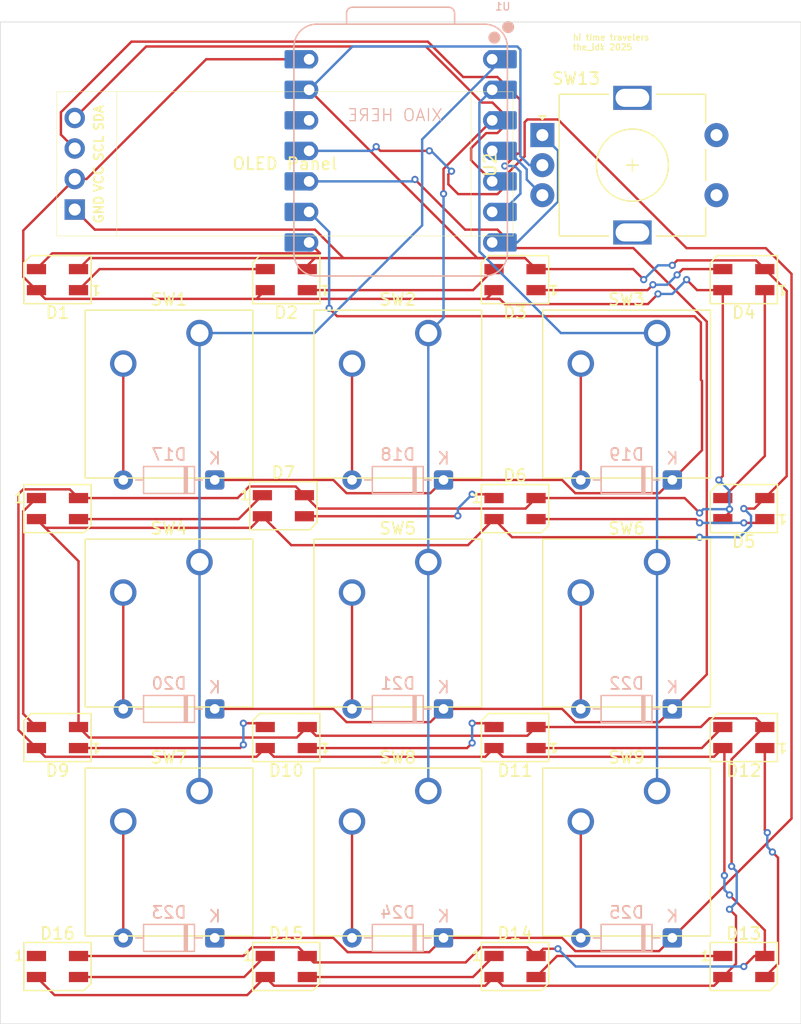
<source format=kicad_pcb>
(kicad_pcb (version 20241229) (generator "pcbnew") (generator_version "9.0")
  (layers (0 "F.Cu" signal) (2 "B.Cu" signal) (13 "F.Paste" user) (15 "B.Paste" user) (5 "F.SilkS" user "F.Silkscreen") (7 "B.SilkS" user "B.Silkscreen") (1 "F.Mask" user) (3 "B.Mask" user) (25 "Edge.Cuts" user))
  (net 0 "")
  (net 1 "LED Data")
  (net 2 "+5V")
  (net 3 "GND")
  (net 4 "Net-(D1-DOUT)")
  (net 5 "Net-(D2-DOUT)")
  (net 6 "Net-(D3-DOUT)")
  (net 7 "Net-(D4-DOUT)")
  (net 8 "Net-(D5-DOUT)")
  (net 9 "Net-(D6-DOUT)")
  (net 10 "Net-(D7-DOUT)")
  (net 11 "Net-(D8-DOUT)")
  (net 12 "Net-(D10-DIN)")
  (net 13 "Net-(D10-DOUT)")
  (net 14 "Net-(D11-DOUT)")
  (net 15 "Row 1")
  (net 16 "Net-(D17-A)")
  (net 17 "Row 2")
  (net 18 "Net-(D18-A)")
  (net 19 "Net-(D19-A)")
  (net 20 "Net-(D21-A)")
  (net 21 "Net-(D22-A)")
  (net 22 "Net-(D23-A)")
  (net 23 "Column 1")
  (net 24 "Column 2")
  (net 25 "B")
  (net 26 "A")
  (net 28 "Net-(D12-DOUT)")
  (net 29 "SDA")
  (net 30 "SCL")
  (net 31 "Row 3")
  (net 32 "Column 3")
  (net 33 "Net-(D13-DOUT)")
  (net 34 "Net-(D14-DOUT)")
  (net 35 "Net-(D15-DOUT)")
  (net 37 "Net-(D20-A)")
  (net 38 "Net-(D24-A)")
  (net 39 "Net-(D25-A)")
  (footprint "Rotary_Encoder:RotaryEncoder_Alps_EC11E-Switch_Vertical_H20mm" (layer "F.Cu") (at 83.2375 27.265625)
    (property "Reference" "SW13")
    (property "Value" "RotaryEncoder")
  )
  (footprint "LED_SMD:LED_SK6812MINI_PLCC4_3.5x3.5mm_P1.75mm" (layer "F.Cu") (at 80.9625 39.290625 180)
    (property "Reference" "D3")
    (property "Value" "SK6812MINI")
  )
  (footprint "Button_Switch_Keyboard:SW_Cherry_MX_1.00u_PCB" (layer "F.Cu") (at 73.739375 81.835625)
    (property "Reference" "SW8")
    (property "Value" "SW_Push")
  )
  (footprint "LED_SMD:LED_SK6812MINI_PLCC4_3.5x3.5mm_P1.75mm" (layer "F.Cu") (at 61.674375 58.1025)
    (property "Reference" "D7")
    (property "Value" "SK6812MINI")
  )
  (footprint "LED_SMD:LED_SK6812MINI_PLCC4_3.5x3.5mm_P1.75mm" (layer "F.Cu") (at 61.9125 39.290625 180)
    (property "Reference" "D2")
    (property "Value" "SK6812MINI")
  )
  (footprint "LED_SMD:LED_SK6812MINI_PLCC4_3.5x3.5mm_P1.75mm" (layer "F.Cu") (at 80.9625 77.390625 180)
    (property "Reference" "D11")
    (property "Value" "SK6812MINI")
  )
  (footprint "Button_Switch_Keyboard:SW_Cherry_MX_1.00u_PCB" (layer "F.Cu") (at 54.689375 81.835625)
    (property "Reference" "SW7")
    (property "Value" "SW_Push")
  )
  (footprint "LED_SMD:LED_SK6812MINI_PLCC4_3.5x3.5mm_P1.75mm" (layer "F.Cu") (at 42.8625 39.290625 180)
    (property "Reference" "D1")
    (property "Value" "SK6812MINI")
  )
  (footprint "LED_SMD:LED_SK6812MINI_PLCC4_3.5x3.5mm_P1.75mm" (layer "F.Cu") (at 80.9625 58.340625)
    (property "Reference" "D6")
    (property "Value" "SK6812MINI")
  )
  (footprint "LED_SMD:LED_SK6812MINI_PLCC4_3.5x3.5mm_P1.75mm" (layer "F.Cu") (at 100.0125 39.290625 180)
    (property "Reference" "D4")
    (property "Value" "SK6812MINI")
  )
  (footprint "Button_Switch_Keyboard:SW_Cherry_MX_1.00u_PCB" (layer "F.Cu") (at 92.789375 43.735625)
    (property "Reference" "SW3")
    (property "Value" "SW_Push")
  )
  (footprint "Button_Switch_Keyboard:SW_Cherry_MX_1.00u_PCB" (layer "F.Cu") (at 92.789375 81.835625)
    (property "Reference" "SW9")
    (property "Value" "SW_Push")
  )
  (footprint "Button_Switch_Keyboard:SW_Cherry_MX_1.00u_PCB" (layer "F.Cu") (at 54.689375 62.785625)
    (property "Reference" "SW4")
    (property "Value" "SW_Push")
  )
  (footprint "Button_Switch_Keyboard:SW_Cherry_MX_1.00u_PCB" (layer "F.Cu") (at 54.689375 43.735625)
    (property "Reference" "SW1")
    (property "Value" "SW_Push")
  )
  (footprint "LED_SMD:LED_SK6812MINI_PLCC4_3.5x3.5mm_P1.75mm" (layer "F.Cu") (at 100.0125 58.340625 180)
    (property "Reference" "D5")
    (property "Value" "SK6812MINI")
  )
  (footprint "LED_SMD:LED_SK6812MINI_PLCC4_3.5x3.5mm_P1.75mm" (layer "F.Cu") (at 80.9625 96.440625)
    (property "Reference" "D14")
    (property "Value" "SK6812MINI")
  )
  (footprint "LED_SMD:LED_SK6812MINI_PLCC4_3.5x3.5mm_P1.75mm" (layer "F.Cu") (at 42.8625 77.390625 180)
    (property "Reference" "D9")
    (property "Value" "SK6812MINI")
  )
  (footprint "LED_SMD:LED_SK6812MINI_PLCC4_3.5x3.5mm_P1.75mm" (layer "F.Cu") (at 42.8625 96.440625)
    (property "Reference" "D16")
    (property "Value" "SK6812MINI")
  )
  (footprint "LED_SMD:LED_SK6812MINI_PLCC4_3.5x3.5mm_P1.75mm" (layer "F.Cu") (at 61.9125 77.390625 180)
    (property "Reference" "D10")
    (property "Value" "SK6812MINI")
  )
  (footprint "LED_SMD:LED_SK6812MINI_PLCC4_3.5x3.5mm_P1.75mm" (layer "F.Cu") (at 100.0125 96.440625)
    (property "Reference" "D13")
    (property "Value" "SK6812MINI")
  )
  (footprint "OLED:SSD1306-0.91-OLED-4pin-128x32" (layer "F.Cu") (at 80.7975 35.650625 180)
    (property "Reference" "U2")
    (property "Value" "DM-OLED096-636")
  )
  (footprint "Button_Switch_Keyboard:SW_Cherry_MX_1.00u_PCB" (layer "F.Cu") (at 73.739375 62.785625)
    (property "Reference" "SW5")
    (property "Value" "SW_Push")
  )
  (footprint "LED_SMD:LED_SK6812MINI_PLCC4_3.5x3.5mm_P1.75mm" (layer "F.Cu") (at 61.9125 96.440625)
    (property "Reference" "D15")
    (property "Value" "SK6812MINI")
  )
  (footprint "Button_Switch_Keyboard:SW_Cherry_MX_1.00u_PCB" (layer "F.Cu") (at 73.739375 43.735625)
    (property "Reference" "SW2")
    (property "Value" "SW_Push")
  )
  (footprint "LED_SMD:LED_SK6812MINI_PLCC4_3.5x3.5mm_P1.75mm" (layer "F.Cu") (at 100.0125 77.390625 180)
    (property "Reference" "D12")
    (property "Value" "SK6812MINI")
  )
  (footprint "Button_Switch_Keyboard:SW_Cherry_MX_1.00u_PCB" (layer "F.Cu") (at 92.789375 62.785625)
    (property "Reference" "SW6")
    (property "Value" "SW_Push")
  )
  (footprint "LED_SMD:LED_SK6812MINI_PLCC4_3.5x3.5mm_P1.75mm" (layer "F.Cu") (at 42.8625 58.340625)
    (property "Reference" "D8" (hide yes))
    (property "Value" "SK6812MINI")
  )
  (footprint "Diode_THT:D_DO-35_SOD27_P7.62mm_Horizontal" (layer "B.Cu") (at 55.959375 55.959375 180)
    (property "Reference" "D17")
    (property "Value" "1N4148")
  )
  (footprint "OPL:XIAO-RP2040-DIP" (layer "B.Cu") (at 71.4375 28.575 180)
    (property "Reference" "U1")
    (property "Value" "XIAO-RP2040-DIP")
  )
  (footprint "Diode_THT:D_DO-35_SOD27_P7.62mm_Horizontal" (layer "B.Cu") (at 75.009375 55.959375 180)
    (property "Reference" "D18")
    (property "Value" "1N4148")
  )
  (footprint "Diode_THT:D_DO-35_SOD27_P7.62mm_Horizontal" (layer "B.Cu") (at 94.059375 75.009375 180)
    (property "Reference" "D22")
    (property "Value" "1N4148")
  )
  (footprint "Diode_THT:D_DO-35_SOD27_P7.62mm_Horizontal" (layer "B.Cu") (at 75.009375 94.059375 180)
    (property "Reference" "D24")
    (property "Value" "1N4148")
  )
  (footprint "Diode_THT:D_DO-35_SOD27_P7.62mm_Horizontal" (layer "B.Cu") (at 75.009375 75.009375 180)
    (property "Reference" "D21")
    (property "Value" "1N4148")
  )
  (footprint "Diode_THT:D_DO-35_SOD27_P7.62mm_Horizontal" (layer "B.Cu") (at 94.059375 55.959375 180)
    (property "Reference" "D19")
    (property "Value" "1N4148")
  )
  (footprint "Diode_THT:D_DO-35_SOD27_P7.62mm_Horizontal" (layer "B.Cu") (at 55.959375 75.009375 180)
    (property "Reference" "D20")
    (property "Value" "1N4148")
  )
  (footprint "Diode_THT:D_DO-35_SOD27_P7.62mm_Horizontal" (layer "B.Cu") (at 94.059375 94.059375 180)
    (property "Reference" "D25")
    (property "Value" "1N4148")
  )
  (footprint "Diode_THT:D_DO-35_SOD27_P7.62mm_Horizontal" (layer "B.Cu") (at 55.959375 94.059375 180)
    (property "Reference" "D23")
    (property "Value" "1N4148")
  )
  (gr_poly (pts (xy 38.1 17.859375) (xy 104.775 17.859375) (xy 104.775 101.203125) (xy 38.1 101.203125)) (stroke (width 0.05)) (fill no) (layer "Edge.Cuts"))
  (gr_text "hi time travelers\nthe_idk 2025" (at 85.725 20.240625 0) (layer "F.SilkS") (effects (font (size 0.5 0.5) (thickness 0.1)) (justify left bottom)))
  (gr_text "XIAO HERE" (at 75.009375 26.19375 0) (layer "B.SilkS") (effects (font (size 1 1) (thickness 0.1)) (justify left bottom mirror)))
  (segment (start 63.8175 36.195) (end 64.72175 37.09925) (width 0.2) (layer "F.Cu") (net 1))
  (segment (start 41.1125 38.415625) (end 42.428875 37.09925) (width 0.2) (layer "F.Cu") (net 1))
  (segment (start 42.428875 37.09925) (end 64.72175 37.09925) (width 0.2) (layer "F.Cu") (net 1))
  (segment (start 63.6625 95.565625) (end 64.1964 96.099525) (width 0.2) (layer "F.Cu") (net 2))
  (segment (start 83.3125 94.965625) (end 82.7125 95.565625) (width 0.2) (layer "F.Cu") (net 2))
  (segment (start 101.7625 93.428125) (end 101.7625 95.565625) (width 0.2) (layer "F.Cu") (net 2))
  (segment (start 79.2125 40.165625) (end 79.2125 40.260375) (width 0.2) (layer "F.Cu") (net 2))
  (segment (start 92.86875 40.48125) (end 92.023015 41.326985) (width 0.2) (layer "F.Cu") (net 2))
  (segment (start 57.85925 57.465625) (end 58.823375 56.5015) (width 0.2) (layer "F.Cu") (net 2))
  (segment (start 40.0115 56.739625) (end 43.8865 56.739625) (width 0.2) (layer "F.Cu") (net 2))
  (segment (start 41.8385 40.891625) (end 59.53125 40.891625) (width 0.2) (layer "F.Cu") (net 2))
  (segment (start 44.6125 57.465625) (end 57.85925 57.465625) (width 0.2) (layer "F.Cu") (net 2))
  (segment (start 39.6105 57.140625) (end 40.0115 56.739625) (width 0.2) (layer "F.Cu") (net 2))
  (segment (start 59.0615 94.839625) (end 62.9365 94.839625) (width 0.2) (layer "F.Cu") (net 2))
  (segment (start 98.2625 40.165625) (end 98.2625 55.62925) (width 0.2) (layer "F.Cu") (net 2))
  (segment (start 60.1625 40.165625) (end 59.53125 40.796875) (width 0.2) (layer "F.Cu") (net 2))
  (segment (start 100.8875 95.565625) (end 100.0125 96.440625) (width 0.2) (layer "F.Cu") (net 2))
  (segment (start 81.8375 58.340625) (end 82.7125 57.465625) (width 0.2) (layer "F.Cu") (net 2))
  (segment (start 58.823375 56.5015) (end 62.698375 56.5015) (width 0.2) (layer "F.Cu") (net 2))
  (segment (start 41.1125 78.265625) (end 39.6105 76.763625) (width 0.2) (layer "F.Cu") (net 2))
  (segment (start 84.534375 94.965625) (end 83.3125 94.965625) (width 0.2) (layer "F.Cu") (net 2))
  (segment (start 41.1125 78.265625) (end 41.8385 78.991625) (width 0.2) (layer "F.Cu") (net 2))
  (segment (start 79.2125 78.265625) (end 79.9385 78.991625) (width 0.2) (layer "F.Cu") (net 2))
  (segment (start 96.125 40.165625) (end 95.25 39.290625) (width 0.2) (layer "F.Cu") (net 2))
  (segment (start 79.681405 40.891625) (end 80.116765 41.326985) (width 0.2) (layer "F.Cu") (net 2))
  (segment (start 59.53125 40.796875) (end 59.53125 40.891625) (width 0.2) (layer "F.Cu") (net 2))
  (segment (start 78.58125 40.891625) (end 79.681405 40.891625) (width 0.2) (layer "F.Cu") (net 2))
  (segment (start 98.821875 58.65625) (end 98.2625 59.215625) (width 0.2) (layer "F.Cu") (net 2))
  (segment (start 78.1115 94.839625) (end 81.9865 94.839625) (width 0.2) (layer "F.Cu") (net 2))
  (segment (start 39.6105 76.763625) (end 39.6105 57.140625) (width 0.2) (layer "F.Cu") (net 2))
  (segment (start 62.9365 94.839625) (end 63.6625 95.565625) (width 0.2) (layer "F.Cu") (net 2))
  (segment (start 98.39761 78.400735) (end 98.39761 88.87261) (width 0.2) (layer "F.Cu") (net 2))
  (segment (start 78.4865 78.991625) (end 79.2125 78.265625) (width 0.2) (layer "F.Cu") (net 2))
  (segment (start 45.279375 30.920625) (end 55.245 20.955) (width 0.2) (layer "F.Cu") (net 2))
  (segment (start 62.698375 56.5015) (end 63.424375 57.2275) (width 0.2) (layer "F.Cu") (net 2))
  (segment (start 59.53125 40.891625) (end 78.58125 40.891625) (width 0.2) (layer "F.Cu") (net 2))
  (segment (start 41.8385 78.991625) (end 59.4365 78.991625) (width 0.2) (layer "F.Cu") (net 2))
  (segment (start 59.4365 78.991625) (end 60.1625 78.265625) (width 0.2) (layer "F.Cu") (net 2))
  (segment (start 98.821875 58.390627) (end 98.821875 58.65625) (width 0.2) (layer "F.Cu") (net 2))
  (segment (start 98.2625 78.265625) (end 98.39761 78.400735) (width 0.2) (layer "F.Cu") (net 2))
  (segment (start 98.821875 90.4875) (end 101.7625 93.428125) (width 0.2) (layer "F.Cu") (net 2))
  (segment (start 64.5375 58.340625) (end 81.8375 58.340625) (width 0.2) (layer "F.Cu") (net 2))
  (segment (start 98.2625 55.62925) (end 97.932375 55.959375) (width 0.2) (layer "F.Cu") (net 2))
  (segment (start 92.023015 41.326985) (end 80.116765 41.326985) (width 0.2) (layer "F.Cu") (net 2))
  (segment (start 40.0115 39.064625) (end 40.0115 35.206625) (width 0.2) (layer "F.Cu") (net 2))
  (segment (start 98.2625 40.165625) (end 96.125 40.165625) (width 0.2) (layer "F.Cu") (net 2))
  (segment (start 79.9385 78.991625) (end 97.5365 78.991625) (width 0.2) (layer "F.Cu") (net 2))
  (segment (start 44.6125 95.565625) (end 58.3355 95.565625) (width 0.2) (layer "F.Cu") (net 2))
  (segment (start 101.7625 95.565625) (end 100.8875 95.565625) (width 0.2) (layer "F.Cu") (net 2))
  (segment (start 79.2125 40.260375) (end 78.58125 40.891625) (width 0.2) (layer "F.Cu") (net 2))
  (segment (start 60.1625 78.265625) (end 60.8885 78.991625) (width 0.2) (layer "F.Cu") (net 2))
  (segment (start 40.0115 35.206625) (end 44.2975 30.920625) (width 0.2) (layer "F.Cu") (net 2))
  (segment (start 63.424375 57.2275) (end 64.5375 58.340625) (width 0.2) (layer "F.Cu") (net 2))
  (segment (start 81.9865 94.839625) (end 82.7125 95.565625) (width 0.2) (layer "F.Cu") (net 2))
  (segment (start 60.8885 78.991625) (end 78.4865 78.991625) (width 0.2) (layer "F.Cu") (net 2))
  (segment (start 58.3355 95.565625) (end 59.0615 94.839625) (width 0.2) (layer "F.Cu") (net 2))
  (segment (start 44.2975 30.920625) (end 45.279375 30.920625) (width 0.2) (layer "F.Cu") (net 2))
  (segment (start 95.091651 57.465625) (end 96.331376 58.70535) (width 0.2) (layer "F.Cu") (net 2))
  (segment (start 97.5365 78.991625) (end 98.2625 78.265625) (width 0.2) (layer "F.Cu") (net 2))
  (segment (start 64.1964 96.099525) (end 76.8516 96.099525) (width 0.2) (layer "F.Cu") (net 2))
  (segment (start 82.7125 57.465625) (end 95.091651 57.465625) (width 0.2) (layer "F.Cu") (net 2))
  (segment (start 41.1125 40.165625) (end 40.0115 39.064625) (width 0.2) (layer "F.Cu") (net 2))
  (segment (start 76.8516 96.099525) (end 78.1115 94.839625) (width 0.2) (layer "F.Cu") (net 2))
  (segment (start 55.245 20.955) (end 63.8175 20.955) (width 0.2) (layer "F.Cu") (net 2))
  (segment (start 43.8865 56.739625) (end 44.6125 57.465625) (width 0.2) (layer "F.Cu") (net 2))
  (segment (start 41.1125 40.165625) (end 41.8385 40.891625) (width 0.2) (layer "F.Cu") (net 2))
  (via (at 98.39761 88.87261) (size 0.6) (drill 0.3) (layers "F.Cu" "B.Cu") (net 2))
  (via (at 92.86875 40.48125) (size 0.6) (drill 0.3) (layers "F.Cu" "B.Cu") (net 2))
  (via (at 100.0125 96.440625) (size 0.6) (drill 0.3) (layers "F.Cu" "B.Cu") (net 2))
  (via (at 96.331376 58.70535) (size 0.6) (drill 0.3) (layers "F.Cu" "B.Cu") (net 2))
  (via (at 98.821875 58.390627) (size 0.6) (drill 0.3) (layers "F.Cu" "B.Cu") (net 2))
  (via (at 95.25 39.290625) (size 0.6) (drill 0.3) (layers "F.Cu" "B.Cu") (net 2))
  (via (at 98.821875 90.4875) (size 0.6) (drill 0.3) (layers "F.Cu" "B.Cu") (net 2))
  (via (at 84.534375 94.965625) (size 0.6) (drill 0.3) (layers "F.Cu" "B.Cu") (net 2))
  (via (at 97.932375 55.959375) (size 0.6) (drill 0.3) (layers "F.Cu" "B.Cu") (net 2))
  (segment (start 96.646099 58.390627) (end 98.821875 58.390627) (width 0.2) (layer "B.Cu") (net 2))
  (segment (start 94.059375 40.48125) (end 92.86875 40.48125) (width 0.2) (layer "B.Cu") (net 2))
  (segment (start 86.009375 96.440625) (end 84.534375 94.965625) (width 0.2) (layer "B.Cu") (net 2))
  (segment (start 95.25 39.290625) (end 94.059375 40.48125) (width 0.2) (layer "B.Cu") (net 2))
  (segment (start 98.39761 88.87261) (end 98.39761 90.063235) (width 0.2) (layer "B.Cu") (net 2))
  (segment (start 97.932375 55.959375) (end 98.821875 56.848875) (width 0.2) (layer "B.Cu") (net 2))
  (segment (start 98.39761 90.063235) (end 98.821875 90.4875) (width 0.2) (layer "B.Cu") (net 2))
  (segment (start 96.331376 58.70535) (end 96.646099 58.390627) (width 0.2) (layer "B.Cu") (net 2))
  (segment (start 98.821875 56.848875) (end 98.821875 58.390627) (width 0.2) (layer "B.Cu") (net 2))
  (segment (start 100.0125 96.440625) (end 86.009375 96.440625) (width 0.2) (layer "B.Cu") (net 2))
  (segment (start 59.924375 58.9775) (end 62.3315 61.384625) (width 0.2) (layer "F.Cu") (net 3))
  (segment (start 44.6125 76.515625) (end 45.4875 77.390625) (width 0.2) (layer "F.Cu") (net 3))
  (segment (start 79.9385 98.041625) (end 79.2125 97.315625) (width 0.2) (layer "F.Cu") (net 3))
  (segment (start 103.584375 40.2375) (end 101.7625 38.415625) (width 0.2) (layer "F.Cu") (net 3))
  (segment (start 58.65625 98.821875) (end 60.1625 97.315625) (width 0.2) (layer "F.Cu") (net 3))
  (segment (start 96.4355 76.515625) (end 97.1615 75.789625) (width 0.2) (layer "F.Cu") (net 3))
  (segment (start 79.2125 59.215625) (end 80.71875 60.721875) (width 0.2) (layer "F.Cu") (net 3))
  (segment (start 99.3635 92.21975) (end 99.3635 96.214625) (width 0.2) (layer "F.Cu") (net 3))
  (segment (start 64.3885 77.241625) (end 81.9865 77.241625) (width 0.2) (layer "F.Cu") (net 3))
  (segment (start 63.6625 76.515625) (end 64.3885 77.241625) (width 0.2) (layer "F.Cu") (net 3))
  (segment (start 41.8385 59.941625) (end 58.96025 59.941625) (width 0.2) (layer "F.Cu") (net 3))
  (segment (start 60.8885 98.041625) (end 78.4865 98.041625) (width 0.2) (layer "F.Cu") (net 3))
  (segment (start 62.3315 61.384625) (end 77.0435 61.384625) (width 0.2) (layer "F.Cu") (net 3))
  (segment (start 98.99761 79.203515) (end 98.99761 88.10625) (width 0.2) (layer "F.Cu") (net 3))
  (segment (start 63.6625 38.1315) (end 64.29375 37.50025) (width 0.2) (layer "F.Cu") (net 3))
  (segment (start 63.8175 23.495) (end 77.82275 37.50025) (width 0.2) (layer "F.Cu") (net 3))
  (segment (start 44.6125 62.715625) (end 41.1125 59.215625) (width 0.2) (layer "F.Cu") (net 3))
  (segment (start 45.968875 35.132) (end 64.30675 35.132) (width 0.2) (layer "F.Cu") (net 3))
  (segment (start 41.1125 97.315625) (end 42.61875 98.821875) (width 0.2) (layer "F.Cu") (net 3))
  (segment (start 99.3635 96.214625) (end 98.2625 97.315625) (width 0.2) (layer "F.Cu") (net 3))
  (segment (start 82.7125 76.515625) (end 96.4355 76.515625) (width 0.2) (layer "F.Cu") (net 3))
  (segment (start 45.527875 37.50025) (end 64.29375 37.50025) (width 0.2) (layer "F.Cu") (net 3))
  (segment (start 44.2975 33.460625) (end 45.968875 35.132) (width 0.2) (layer "F.Cu") (net 3))
  (segment (start 42.61875 98.821875) (end 58.65625 98.821875) (width 0.2) (layer "F.Cu") (net 3))
  (segment (start 77.0435 61.384625) (end 79.2125 59.215625) (width 0.2) (layer "F.Cu") (net 3))
  (segment (start 44.6125 76.515625) (end 44.6125 62.715625) (width 0.2) (layer "F.Cu") (net 3))
  (segment (start 90.803125 38.415625) (end 82.7125 38.415625) (width 0.2) (layer "F.Cu") (net 3))
  (segment (start 80.71875 60.721875) (end 96.331375 60.721875) (width 0.2) (layer "F.Cu") (net 3))
  (segment (start 41.1125 59.215625) (end 41.8385 59.941625) (width 0.2) (layer "F.Cu") (net 3))
  (segment (start 98.821875 91.678125) (end 99.3635 92.21975) (width 0.2) (layer "F.Cu") (net 3))
  (segment (start 101.7625 38.415625) (end 101.0365 37.689625) (width 0.2) (layer "F.Cu") (net 3))
  (segment (start 64.29375 37.50025) (end 81.797125 37.50025) (width 0.2) (layer "F.Cu") (net 3))
  (segment (start 81.9865 77.241625) (end 82.7125 76.515625) (width 0.2) (layer "F.Cu") (net 3))
  (segment (start 101.0365 37.689625) (end 94.46975 37.689625) (width 0.2) (layer "F.Cu") (net 3))
  (segment (start 97.1615 75.789625) (end 101.0365 75.789625) (width 0.2) (layer "F.Cu") (net 3))
  (segment (start 77.82275 37.50025) (end 81.797125 37.50025) (width 0.2) (layer "F.Cu") (net 3))
  (segment (start 98.2625 97.315625) (end 97.5365 98.041625) (width 0.2) (layer "F.Cu") (net 3))
  (segment (start 101.6855 76.515625) (end 98.99761 79.203515) (width 0.2) (layer "F.Cu") (net 3))
  (segment (start 45.4875 77.390625) (end 62.7875 77.390625) (width 0.2) (layer "F.Cu") (net 3))
  (segment (start 103.584375 55.64375) (end 103.584375 40.2375) (width 0.2) (layer "F.Cu") (net 3))
  (segment (start 64.30675 35.132) (end 66.675 37.50025) (width 0.2) (layer "F.Cu") (net 3))
  (segment (start 100.0125 58.340625) (end 100.8875 58.340625) (width 0.2) (layer "F.Cu") (net 3))
  (segment (start 62.7875 77.390625) (end 63.6625 76.515625) (width 0.2) (layer "F.Cu") (net 3))
  (segment (start 91.678125 39.290625) (end 90.803125 38.415625) (width 0.2) (layer "F.Cu") (net 3))
  (segment (start 101.7625 57.465625) (end 103.584375 55.64375) (width 0.2) (layer "F.Cu") (net 3))
  (segment (start 81.797125 37.50025) (end 82.7125 38.415625) (width 0.2) (layer "F.Cu") (net 3))
  (segment (start 63.6625 38.415625) (end 63.6625 38.1315) (width 0.2) (layer "F.Cu") (net 3))
  (segment (start 44.6125 38.415625) (end 45.527875 37.50025) (width 0.2) (layer "F.Cu") (net 3))
  (segment (start 101.446875 57.15) (end 101.7625 57.465625) (width 0.2) (layer "F.Cu") (net 3))
  (segment (start 60.1625 97.315625) (end 60.8885 98.041625) (width 0.2) (layer "F.Cu") (net 3))
  (segment (start 101.0365 75.789625) (end 101.7625 76.515625) (width 0.2) (layer "F.Cu") (net 3))
  (segment (start 58.96025 59.941625) (end 59.924375 58.9775) (width 0.2) (layer "F.Cu") (net 3))
  (segment (start 101.7625 76.515625) (end 101.6855 76.515625) (width 0.2) (layer "F.Cu") (net 3))
  (segment (start 78.4865 98.041625) (end 79.2125 97.315625) (width 0.2) (layer "F.Cu") (net 3))
  (segment (start 97.5365 98.041625) (end 79.9385 98.041625) (width 0.2) (layer "F.Cu") (net 3))
  (segment (start 94.46975 37.689625) (end 94.059375 38.1) (width 0.2) (layer "F.Cu") (net 3))
  (segment (start 100.8875 58.340625) (end 101.7625 57.465625) (width 0.2) (layer "F.Cu") (net 3))
  (via (at 96.331375 60.721875) (size 0.6) (drill 0.3) (layers "F.Cu" "B.Cu") (net 3))
  (via (at 94.059375 38.1) (size 0.6) (drill 0.3) (layers "F.Cu" "B.Cu") (net 3))
  (via (at 98.99761 88.10625) (size 0.6) (drill 0.3) (layers "F.Cu" "B.Cu") (net 3))
  (via (at 91.678125 39.290625) (size 0.6) (drill 0.3) (layers "F.Cu" "B.Cu") (net 3))
  (via (at 98.821875 91.678125) (size 0.6) (drill 0.3) (layers "F.Cu" "B.Cu") (net 3))
  (via (at 100.0125 58.340625) (size 0.6) (drill 0.3) (layers "F.Cu" "B.Cu") (net 3))
  (segment (start 81.4095 29.022) (end 81.4095 20.153374) (width 0.2) (layer "B.Cu") (net 3))
  (segment (start 82.153125 29.765625) (end 83.2375 29.765625) (width 0.2) (layer "B.Cu") (net 3))
  (segment (start 98.99761 88.10625) (end 99.422875 88.531515) (width 0.2) (layer "B.Cu") (net 3))
  (segment (start 99.671818 60.721875) (end 100.6135 59.780193) (width 0.2) (layer "B.Cu") (net 3))
  (segment (start 81.4095 29.022) (end 82.153125 29.765625) (width 0.2) (layer "B.Cu") (net 3))
  (segment (start 81.4095 20.153374) (end 81.148126 19.892) (width 0.2) (layer "B.Cu") (net 3))
  (segment (start 81.148126 19.892) (end 67.4205 19.892) (width 0.2) (layer "B.Cu") (net 3))
  (segment (start 100.6135 58.941625) (end 100.0125 58.340625) (width 0.2) (layer "B.Cu") (net 3))
  (segment (start 99.422875 91.077125) (end 98.821875 91.678125) (width 0.2) (layer "B.Cu") (net 3))
  (segment (start 67.4205 19.892) (end 63.8175 23.495) (width 0.2) (layer "B.Cu") (net 3))
  (segment (start 96.331375 60.721875) (end 99.671818 60.721875) (width 0.2) (layer "B.Cu") (net 3))
  (segment (start 100.6135 59.780193) (end 100.6135 58.941625) (width 0.2) (layer "B.Cu") (net 3))
  (segment (start 92.86875 38.1) (end 91.678125 39.290625) (width 0.2) (layer "B.Cu") (net 3))
  (segment (start 99.422875 88.531515) (end 99.422875 91.077125) (width 0.2) (layer "B.Cu") (net 3))
  (segment (start 94.059375 38.1) (end 92.86875 38.1) (width 0.2) (layer "B.Cu") (net 3))
  (segment (start 60.1625 38.415625) (end 46.3625 38.415625) (width 0.2) (layer "F.Cu") (net 4))
  (segment (start 46.3625 38.415625) (end 44.6125 40.165625) (width 0.2) (layer "F.Cu") (net 4))
  (segment (start 63.6625 40.165625) (end 77.4625 40.165625) (width 0.2) (layer "F.Cu") (net 5))
  (segment (start 77.4625 40.165625) (end 79.2125 38.415625) (width 0.2) (layer "F.Cu") (net 5))
  (segment (start 82.7125 40.165625) (end 91.99375 40.165625) (width 0.2) (layer "F.Cu") (net 6))
  (segment (start 91.99375 40.165625) (end 92.444485 39.71489) (width 0.2) (layer "F.Cu") (net 6))
  (segment (start 94.934389 38.415625) (end 98.2625 38.415625) (width 0.2) (layer "F.Cu") (net 6))
  (segment (start 94.455434 38.89458) (end 94.934389 38.415625) (width 0.2) (layer "F.Cu") (net 6))
  (via (at 92.444485 39.71489) (size 0.6) (drill 0.3) (layers "F.Cu" "B.Cu") (net 6))
  (via (at 94.455434 38.89458) (size 0.6) (drill 0.3) (layers "F.Cu" "B.Cu") (net 6))
  (segment (start 92.444485 39.71489) (end 93.635124 39.71489) (width 0.2) (layer "B.Cu") (net 6))
  (segment (start 93.635124 39.71489) (end 94.455434 38.89458) (width 0.2) (layer "B.Cu") (net 6))
  (segment (start 101.7625 40.165625) (end 101.7625 53.965625) (width 0.2) (layer "F.Cu") (net 7))
  (segment (start 101.7625 53.965625) (end 98.2625 57.465625) (width 0.2) (layer "F.Cu") (net 7))
  (segment (start 96.01575 59.215625) (end 96.331375 59.53125) (width 0.2) (layer "F.Cu") (net 8))
  (segment (start 100.0125 59.53125) (end 101.446875 59.53125) (width 0.2) (layer "F.Cu") (net 8))
  (segment (start 82.7125 59.215625) (end 96.01575 59.215625) (width 0.2) (layer "F.Cu") (net 8))
  (segment (start 101.446875 59.53125) (end 101.7625 59.215625) (width 0.2) (layer "F.Cu") (net 8))
  (via (at 96.331375 59.53125) (size 0.6) (drill 0.3) (layers "F.Cu" "B.Cu") (net 8))
  (via (at 100.0125 59.53125) (size 0.6) (drill 0.3) (layers "F.Cu" "B.Cu") (net 8))
  (segment (start 96.331375 59.53125) (end 100.0125 59.53125) (width 0.2) (layer "B.Cu") (net 8))
  (segment (start 63.424375 58.9775) (end 76.163125 58.9775) (width 0.2) (layer "F.Cu") (net 9))
  (segment (start 77.390625 57.15) (end 78.896875 57.15) (width 0.2) (layer "F.Cu") (net 9))
  (segment (start 78.896875 57.15) (end 79.2125 57.465625) (width 0.2) (layer "F.Cu") (net 9))
  (segment (start 76.163125 58.9775) (end 76.2 58.940625) (width 0.2) (layer "F.Cu") (net 9))
  (via (at 77.390625 57.15) (size 0.6) (drill 0.3) (layers "F.Cu" "B.Cu") (net 9))
  (via (at 76.2 58.940625) (size 0.6) (drill 0.3) (layers "F.Cu" "B.Cu") (net 9))
  (segment (start 76.2 58.940625) (end 76.2 58.340625) (width 0.2) (layer "B.Cu") (net 9))
  (segment (start 76.2 58.340625) (end 77.390625 57.15) (width 0.2) (layer "B.Cu") (net 9))
  (segment (start 44.6125 59.215625) (end 57.93625 59.215625) (width 0.2) (layer "F.Cu") (net 10))
  (segment (start 57.93625 59.215625) (end 59.924375 57.2275) (width 0.2) (layer "F.Cu") (net 10))
  (segment (start 41.1125 76.515625) (end 40.0115 75.414625) (width 0.2) (layer "F.Cu") (net 11))
  (segment (start 40.0115 58.566625) (end 41.1125 57.465625) (width 0.2) (layer "F.Cu") (net 11))
  (segment (start 40.0115 75.414625) (end 40.0115 58.566625) (width 0.2) (layer "F.Cu") (net 11))
  (segment (start 58.340625 76.2) (end 59.846875 76.2) (width 0.2) (layer "F.Cu") (net 12))
  (segment (start 44.6125 78.265625) (end 58.065625 78.265625) (width 0.2) (layer "F.Cu") (net 12))
  (segment (start 59.846875 76.2) (end 60.1625 76.515625) (width 0.2) (layer "F.Cu") (net 12))
  (segment (start 58.065625 78.265625) (end 58.340625 77.990625) (width 0.2) (layer "F.Cu") (net 12))
  (via (at 58.340625 77.990625) (size 0.6) (drill 0.3) (layers "F.Cu" "B.Cu") (net 12))
  (via (at 58.340625 76.2) (size 0.6) (drill 0.3) (layers "F.Cu" "B.Cu") (net 12))
  (segment (start 58.340625 77.990625) (end 58.340625 76.2) (width 0.2) (layer "B.Cu") (net 12))
  (segment (start 78.896875 76.2) (end 79.2125 76.515625) (width 0.2) (layer "F.Cu") (net 13))
  (segment (start 76.966625 78.265625) (end 77.390625 77.841625) (width 0.2) (layer "F.Cu") (net 13))
  (segment (start 63.6625 78.265625) (end 76.966625 78.265625) (width 0.2) (layer "F.Cu") (net 13))
  (segment (start 77.390625 76.2) (end 78.896875 76.2) (width 0.2) (layer "F.Cu") (net 13))
  (via (at 77.390625 76.2) (size 0.6) (drill 0.3) (layers "F.Cu" "B.Cu") (net 13))
  (via (at 77.390625 77.841625) (size 0.6) (drill 0.3) (layers "F.Cu" "B.Cu") (net 13))
  (segment (start 77.390625 77.841625) (end 77.390625 76.2) (width 0.2) (layer "B.Cu") (net 13))
  (segment (start 96.5125 78.265625) (end 98.2625 76.515625) (width 0.2) (layer "F.Cu") (net 14))
  (segment (start 82.7125 78.265625) (end 96.5125 78.265625) (width 0.2) (layer "F.Cu") (net 14))
  (segment (start 85.983325 57.060375) (end 92.958375 57.060375) (width 0.2) (layer "F.Cu") (net 15))
  (segment (start 94.059375 55.959375) (end 96.530375 53.488375) (width 0.2) (layer "F.Cu") (net 15))
  (segment (start 65.832325 55.959375) (end 66.933325 57.060375) (width 0.2) (layer "F.Cu") (net 15))
  (segment (start 84.882325 55.959375) (end 85.983325 57.060375) (width 0.2) (layer "F.Cu") (net 15))
  (segment (start 73.908375 57.060375) (end 75.009375 55.959375) (width 0.2) (layer "F.Cu") (net 15))
  (segment (start 92.958375 57.060375) (end 94.059375 55.959375) (width 0.2) (layer "F.Cu") (net 15))
  (segment (start 55.959375 55.959375) (end 65.832325 55.959375) (width 0.2) (layer "F.Cu") (net 15))
  (segment (start 66.933325 57.060375) (end 73.908375 57.060375) (width 0.2) (layer "F.Cu") (net 15))
  (segment (start 66.147125 42.334625) (end 65.484375 41.671875) (width 0.2) (layer "F.Cu") (net 15))
  (segment (start 95.91275 42.334625) (end 66.147125 42.334625) (width 0.2) (layer "F.Cu") (net 15))
  (segment (start 96.530375 53.488375) (end 96.530375 47.71475) (width 0.2) (layer "F.Cu") (net 15))
  (segment (start 96.530375 47.71475) (end 96.440625 47.625) (width 0.2) (layer "F.Cu") (net 15))
  (segment (start 96.440625 47.625) (end 96.440625 42.8625) (width 0.2) (layer "F.Cu") (net 15))
  (segment (start 75.009375 55.959375) (end 84.882325 55.959375) (width 0.2) (layer "F.Cu") (net 15))
  (segment (start 96.440625 42.8625) (end 95.91275 42.334625) (width 0.2) (layer "F.Cu") (net 15))
  (via (at 65.484375 41.671875) (size 0.6) (drill 0.3) (layers "F.Cu" "B.Cu") (net 15))
  (segment (start 65.484375 41.671875) (end 65.484375 35.321875) (width 0.2) (layer "B.Cu") (net 15))
  (segment (start 65.484375 35.321875) (end 63.8175 33.655) (width 0.2) (layer "B.Cu") (net 15))
  (segment (start 48.339375 46.275625) (end 48.339375 55.959375) (width 0.2) (layer "F.Cu") (net 16))
  (segment (start 94.059375 75.009375) (end 96.931375 72.137375) (width 0.2) (layer "F.Cu") (net 17))
  (segment (start 96.931375 42.78615) (end 90.81185 36.666625) (width 0.2) (layer "F.Cu") (net 17))
  (segment (start 55.959375 75.009375) (end 65.832325 75.009375) (width 0.2) (layer "F.Cu") (net 17))
  (segment (start 81.032435 36.666625) (end 79.49781 35.132) (width 0.2) (layer "F.Cu") (net 17))
  (segment (start 76.803875 35.132) (end 72.628125 30.95625) (width 0.2) (layer "F.Cu") (net 17))
  (segment (start 73.908375 76.110375) (end 75.009375 75.009375) (width 0.2) (layer "F.Cu") (net 17))
  (segment (start 66.933325 76.110375) (end 73.908375 76.110375) (width 0.2) (layer "F.Cu") (net 17))
  (segment (start 79.49781 35.132) (end 76.803875 35.132) (width 0.2) (layer "F.Cu") (net 17))
  (segment (start 85.983325 76.110375) (end 92.958375 76.110375) (width 0.2) (layer "F.Cu") (net 17))
  (segment (start 90.81185 36.666625) (end 81.032435 36.666625) (width 0.2) (layer "F.Cu") (net 17))
  (segment (start 65.832325 75.009375) (end 66.933325 76.110375) (width 0.2) (layer "F.Cu") (net 17))
  (segment (start 96.931375 72.137375) (end 96.931375 42.78615) (width 0.2) (layer "F.Cu") (net 17))
  (segment (start 84.882325 75.009375) (end 85.983325 76.110375) (width 0.2) (layer "F.Cu") (net 17))
  (segment (start 92.958375 76.110375) (end 94.059375 75.009375) (width 0.2) (layer "F.Cu") (net 17))
  (segment (start 75.009375 75.009375) (end 84.882325 75.009375) (width 0.2) (layer "F.Cu") (net 17))
  (via (at 72.628125 30.95625) (size 0.6) (drill 0.3) (layers "F.Cu" "B.Cu") (net 17))
  (segment (start 72.469375 31.115) (end 63.8175 31.115) (width 0.2) (layer "B.Cu") (net 17))
  (segment (start 72.628125 30.95625) (end 72.469375 31.115) (width 0.2) (layer "B.Cu") (net 17))
  (segment (start 67.389375 46.275625) (end 67.389375 55.959375) (width 0.2) (layer "F.Cu") (net 18))
  (segment (start 86.439375 46.275625) (end 86.439375 55.959375) (width 0.2) (layer "F.Cu") (net 19))
  (segment (start 67.389375 65.325625) (end 67.389375 75.009375) (width 0.2) (layer "F.Cu") (net 20))
  (segment (start 86.439375 65.325625) (end 86.439375 75.009375) (width 0.2) (layer "F.Cu") (net 21))
  (segment (start 48.339375 84.375625) (end 48.339375 94.059375) (width 0.2) (layer "F.Cu") (net 22))
  (segment (start 79.8925 20.955) (end 73.229125 27.618375) (width 0.2) (layer "B.Cu") (net 23))
  (segment (start 73.229125 27.618375) (end 73.229125 34.777068) (width 0.2) (layer "B.Cu") (net 23))
  (segment (start 54.689375 43.735625) (end 54.689375 62.785625) (width 0.2) (layer "B.Cu") (net 23))
  (segment (start 54.689375 62.785625) (end 54.689375 81.835625) (width 0.2) (layer "B.Cu") (net 23))
  (segment (start 64.270568 43.735625) (end 54.689375 43.735625) (width 0.2) (layer "B.Cu") (net 23))
  (segment (start 73.229125 34.777068) (end 64.270568 43.735625) (width 0.2) (layer "B.Cu") (net 23))
  (segment (start 75.009375 30.083125) (end 75.009375 32.146875) (width 0.2) (layer "F.Cu") (net 24))
  (segment (start 79.0575 26.035) (end 75.009375 30.083125) (width 0.2) (layer "F.Cu") (net 24))
  (via (at 75.009375 32.146875) (size 0.6) (drill 0.3) (layers "F.Cu" "B.Cu") (net 24))
  (segment (start 73.739375 62.785625) (end 73.739375 81.835625) (width 0.2) (layer "B.Cu") (net 24))
  (segment (start 73.739375 43.735625) (end 73.739375 62.785625) (width 0.2) (layer "B.Cu") (net 24))
  (segment (start 75.009375 42.465625) (end 73.739375 43.735625) (width 0.2) (layer "B.Cu") (net 24))
  (segment (start 75.009375 32.146875) (end 75.009375 42.465625) (width 0.2) (layer "B.Cu") (net 24))
  (segment (start 80.3954 28.575) (end 81.9365 30.1161) (width 0.2) (layer "B.Cu") (net 25))
  (segment (start 81.9365 30.964625) (end 83.2375 32.265625) (width 0.2) (layer "B.Cu") (net 25))
  (segment (start 81.9365 30.1161) (end 81.9365 30.964625) (width 0.2) (layer "B.Cu") (net 25))
  (segment (start 79.0575 28.575) (end 80.3954 28.575) (width 0.2) (layer "B.Cu") (net 25))
  (segment (start 84.5385 28.566625) (end 84.5385 32.804517) (width 0.2) (layer "B.Cu") (net 26))
  (segment (start 83.2375 27.265625) (end 84.5385 28.566625) (width 0.2) (layer "B.Cu") (net 26))
  (segment (start 84.5385 32.804517) (end 81.148017 36.195) (width 0.2) (layer "B.Cu") (net 26))
  (segment (start 81.148017 36.195) (end 79.0575 36.195) (width 0.2) (layer "B.Cu") (net 26))
  (segment (start 101.7625 85.09375) (end 101.969485 85.300735) (width 0.2) (layer "F.Cu") (net 28))
  (segment (start 101.7625 78.265625) (end 101.7625 85.09375) (width 0.2) (layer "F.Cu") (net 28))
  (segment (start 102.8635 87.385375) (end 102.8635 96.214625) (width 0.2) (layer "F.Cu") (net 28))
  (segment (start 102.8635 96.214625) (end 101.7625 97.315625) (width 0.2) (layer "F.Cu") (net 28))
  (segment (start 102.39375 86.915625) (end 102.8635 87.385375) (width 0.2) (layer "F.Cu") (net 28))
  (via (at 102.39375 86.915625) (size 0.6) (drill 0.3) (layers "F.Cu" "B.Cu") (net 28))
  (via (at 101.969485 85.300735) (size 0.6) (drill 0.3) (layers "F.Cu" "B.Cu") (net 28))
  (segment (start 101.969485 86.49136) (end 102.39375 86.915625) (width 0.2) (layer "B.Cu") (net 28))
  (segment (start 101.969485 85.300735) (end 101.969485 86.49136) (width 0.2) (layer "B.Cu") (net 28))
  (segment (start 79.49781 27.098) (end 80.1205 26.47531) (width 0.2) (layer "F.Cu") (net 29))
  (segment (start 80.1205 25.59469) (end 79.08381 24.558) (width 0.2) (layer "F.Cu") (net 29))
  (segment (start 77.3048 29.3623) (end 77.3048 28.3548) (width 0.2) (layer "F.Cu") (net 29))
  (segment (start 78.5616 27.098) (end 79.49781 27.098) (width 0.2) (layer "F.Cu") (net 29))
  (segment (start 80.1205 26.47531) (end 80.1205 25.59469) (width 0.2) (layer "F.Cu") (net 29))
  (segment (start 79.0575 31.115) (end 77.3048 29.3623) (width 0.2) (layer "F.Cu") (net 29))
  (segment (start 79.08381 24.558) (end 78.20319 24.558) (width 0.2) (layer "F.Cu") (net 29))
  (segment (start 78.20319 24.558) (end 73.53719 19.892) (width 0.2) (layer "F.Cu") (net 29))
  (segment (start 77.3048 28.3548) (end 78.5616 27.098) (width 0.2) (layer "F.Cu") (net 29))
  (segment (start 50.246125 19.892) (end 73.53719 19.892) (width 0.2) (layer "F.Cu") (net 29))
  (segment (start 44.2975 25.840625) (end 50.246125 19.892) (width 0.2) (layer "F.Cu") (net 29))
  (segment (start 73.70329 19.491) (end 76.64429 22.432) (width 0.2) (layer "F.Cu") (net 30))
  (segment (start 81.3635 28.809) (end 81.137662 28.809) (width 0.2) (layer "F.Cu") (net 30))
  (segment (start 81.3635 24.29769) (end 81.3635 28.809) (width 0.2) (layer "F.Cu") (net 30))
  (segment (start 76.64429 22.432) (end 79.49781 22.432) (width 0.2) (layer "F.Cu") (net 30))
  (segment (start 43.1465 27.229625) (end 43.1465 25.363865) (width 0.2) (layer "F.Cu") (net 30))
  (segment (start 79.49781 22.432) (end 81.3635 24.29769) (width 0.2) (layer "F.Cu") (net 30))
  (segment (start 81.137662 28.809) (end 80.109662 29.837) (width 0.2) (layer "F.Cu") (net 30))
  (segment (start 49.019365 19.491) (end 73.70329 19.491) (width 0.2) (layer "F.Cu") (net 30))
  (segment (start 43.1465 25.363865) (end 49.019365 19.491) (width 0.2) (layer "F.Cu") (net 30))
  (segment (start 44.2975 28.380625) (end 43.1465 27.229625) (width 0.2) (layer "F.Cu") (net 30))
  (via (at 80.109662 29.837) (size 0.6) (drill 0.3) (layers "F.Cu" "B.Cu") (net 30))
  (segment (start 81.4095 32.138) (end 79.8925 33.655) (width 0.2) (layer "B.Cu") (net 30))
  (segment (start 80.933126 29.837) (end 81.4095 30.313374) (width 0.2) (layer "B.Cu") (net 30))
  (segment (start 80.109662 29.837) (end 80.933126 29.837) (width 0.2) (layer "B.Cu") (net 30))
  (segment (start 81.4095 30.313374) (end 81.4095 32.138) (width 0.2) (layer "B.Cu") (net 30))
  (segment (start 73.829125 28.575) (end 69.74603 28.575) (width 0.2) (layer "F.Cu") (net 31))
  (segment (start 80.1205 30.67469) (end 80.1205 31.55531) (width 0.2) (layer "F.Cu") (net 31))
  (segment (start 67.02295 95.25) (end 73.81875 95.25) (width 0.2) (layer "F.Cu") (net 31))
  (segment (start 84.882325 94.059375) (end 85.983325 95.160375) (width 0.2) (layer "F.Cu") (net 31))
  (segment (start 69.74603 28.575) (end 69.40114 28.23011) (width 0.2) (layer "F.Cu") (net 31))
  (segment (start 75.009375 94.059375) (end 84.882325 94.059375) (width 0.2) (layer "F.Cu") (net 31))
  (segment (start 80.1205 31.55531) (end 79.49781 32.178) (width 0.2) (layer "F.Cu") (net 31))
  (segment (start 81.993625 25.964625) (end 81.7645 26.19375) (width 0.2) (layer "F.Cu") (net 31))
  (segment (start 103.985375 84.133375) (end 103.985375 38.8115) (width 0.2) (layer "F.Cu") (net 31))
  (segment (start 85.983325 95.160375) (end 92.958375 95.160375) (width 0.2) (layer "F.Cu") (net 31))
  (segment (start 75.410375 30.95625) (end 75.410375 30.530655) (width 0.2) (layer "F.Cu") (net 31))
  (segment (start 101.847483 36.673608) (end 95.247483 36.673608) (width 0.2) (layer "F.Cu") (net 31))
  (segment (start 95.247483 36.673608) (end 84.5385 25.964625) (width 0.2) (layer "F.Cu") (net 31))
  (segment (start 92.958375 95.160375) (end 94.059375 94.059375) (width 0.2) (layer "F.Cu") (net 31))
  (segment (start 103.985375 38.8115) (end 101.847483 36.673608) (width 0.2) (layer "F.Cu") (net 31))
  (segment (start 79.49781 32.178) (end 76.231125 32.178) (width 0.2) (layer "F.Cu") (net 31))
  (segment (start 94.059375 94.059375) (end 103.985375 84.133375) (width 0.2) (layer "F.Cu") (net 31))
  (segment (start 65.832325 94.059375) (end 67.02295 95.25) (width 0.2) (layer "F.Cu") (net 31))
  (segment (start 75.410375 31.35725) (end 75.410375 30.95625) (width 0.2) (layer "F.Cu") (net 31))
  (segment (start 75.410375 30.530655) (end 75.67124 30.26979) (width 0.2) (layer "F.Cu") (net 31))
  (segment (start 76.231125 32.178) (end 75.410375 31.35725) (width 0.2) (layer "F.Cu") (net 31))
  (segment (start 55.959375 94.059375) (end 65.832325 94.059375) (width 0.2) (layer "F.Cu") (net 31))
  (segment (start 81.7645 29.03069) (end 80.1205 30.67469) (width 0.2) (layer "F.Cu") (net 31))
  (segment (start 73.81875 95.25) (end 75.009375 94.059375) (width 0.2) (layer "F.Cu") (net 31))
  (segment (start 84.5385 25.964625) (end 81.993625 25.964625) (width 0.2) (layer "F.Cu") (net 31))
  (segment (start 81.7645 26.19375) (end 81.7645 29.03069) (width 0.2) (layer "F.Cu") (net 31))
  (via (at 75.67124 30.26979) (size 0.6) (drill 0.3) (layers "F.Cu" "B.Cu") (net 31))
  (via (at 69.40114 28.23011) (size 0.6) (drill 0.3) (layers "F.Cu" "B.Cu") (net 31))
  (via (at 73.829125 28.575) (size 0.6) (drill 0.3) (layers "F.Cu" "B.Cu") (net 31))
  (segment (start 69.05625 28.575) (end 63.8175 28.575) (width 0.2) (layer "B.Cu") (net 31))
  (segment (start 69.40114 28.23011) (end 69.05625 28.575) (width 0.2) (layer "B.Cu") (net 31))
  (segment (start 75.67124 30.26979) (end 73.97645 28.575) (width 0.2) (layer "B.Cu") (net 31))
  (segment (start 73.97645 28.575) (end 73.829125 28.575) (width 0.2) (layer "B.Cu") (net 31))
  (segment (start 92.789375 62.785625) (end 92.789375 81.835625) (width 0.2) (layer "B.Cu") (net 32))
  (segment (start 79.0575 23.495) (end 77.9945 24.558) (width 0.2) (layer "B.Cu") (net 32))
  (segment (start 77.9945 24.558) (end 77.9945 36.94615) (width 0.2) (layer "B.Cu") (net 32))
  (segment (start 77.9945 36.94615) (end 84.783975 43.735625) (width 0.2) (layer "B.Cu") (net 32))
  (segment (start 92.789375 43.735625) (end 92.789375 62.785625) (width 0.2) (layer "B.Cu") (net 32))
  (segment (start 84.783975 43.735625) (end 92.789375 43.735625) (width 0.2) (layer "B.Cu") (net 32))
  (segment (start 98.2625 95.565625) (end 84.4625 95.565625) (width 0.2) (layer "F.Cu") (net 33))
  (segment (start 84.4625 95.565625) (end 82.7125 97.315625) (width 0.2) (layer "F.Cu") (net 33))
  (segment (start 63.6625 97.315625) (end 77.4625 97.315625) (width 0.2) (layer "F.Cu") (net 34))
  (segment (start 77.4625 97.315625) (end 79.2125 95.565625) (width 0.2) (layer "F.Cu") (net 34))
  (segment (start 58.4125 97.315625) (end 60.1625 95.565625) (width 0.2) (layer "F.Cu") (net 35))
  (segment (start 44.6125 97.315625) (end 58.4125 97.315625) (width 0.2) (layer "F.Cu") (net 35))
  (segment (start 48.339375 65.325625) (end 48.339375 75.009375) (width 0.2) (layer "F.Cu") (net 37))
  (segment (start 67.389375 84.375625) (end 67.389375 94.059375) (width 0.2) (layer "F.Cu") (net 38))
  (segment (start 86.439375 84.375625) (end 86.439375 94.059375) (width 0.2) (layer "F.Cu") (net 39))
)
</source>
